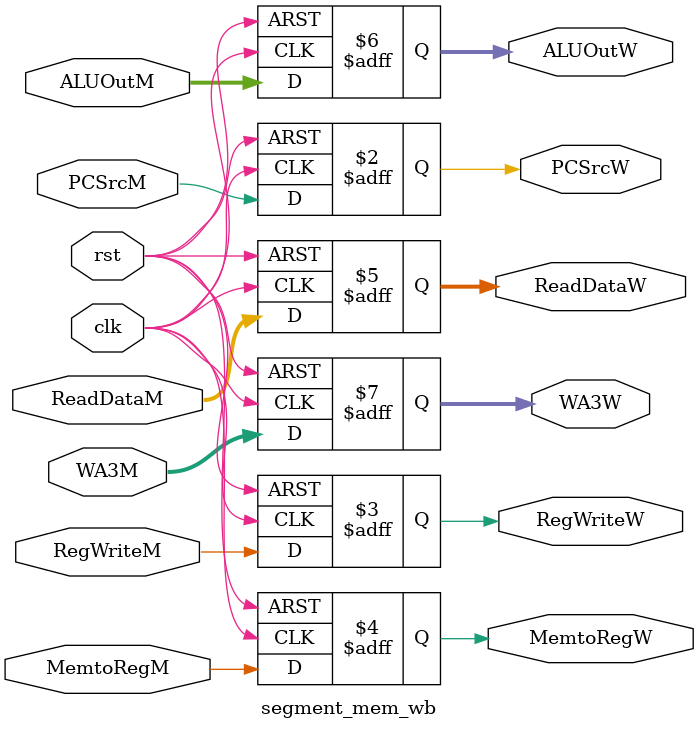
<source format=sv>
 module segment_mem_wb (input logic clk, rst,
								input logic PCSrcM, RegWriteM, MemtoRegM, 
								input logic [31:0] ReadDataM, ALUOutM,
								input logic [3:0] WA3M, 
								output logic PCSrcW, RegWriteW, MemtoRegW,
								output logic [31:0] ReadDataW, ALUOutW, 
								output logic [3:0] WA3W);
			
	always_ff@(negedge clk, posedge rst)
		if(rst)
			begin
				
				PCSrcW = 0;
				RegWriteW = 0;
				MemtoRegW = 0;
				ReadDataW = 0;
				ALUOutW = 0;
				WA3W = 0;
				
			end
			
		else 
			begin
			
				PCSrcW = PCSrcM;
				RegWriteW = RegWriteM;
				MemtoRegW = MemtoRegM;
				ReadDataW = ReadDataM;
				ALUOutW = ALUOutM;
				WA3W = WA3M;
				
			end
		
endmodule

</source>
